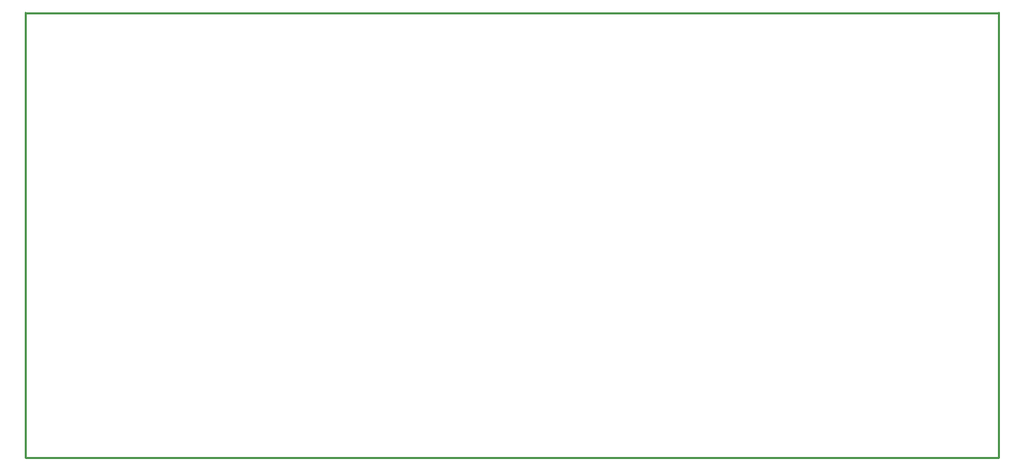
<source format=gko>
G04 Layer: BoardOutlineLayer*
G04 EasyEDA v6.5.22, 2022-11-12 17:47:35*
G04 ce38d28f7cee49089ddcaa43e1d23f5c,50c4fdda8110441fb1e293bfd2639754,10*
G04 Gerber Generator version 0.2*
G04 Scale: 100 percent, Rotated: No, Reflected: No *
G04 Dimensions in millimeters *
G04 leading zeros omitted , absolute positions ,4 integer and 5 decimal *
%FSLAX45Y45*%
%MOMM*%

%ADD10C,0.2540*%
D10*
X0Y2D02*
G01*
X11999976Y2D01*
X11999976Y5499988D01*
X11999976Y5489989D02*
G01*
X0Y5489989D01*
X0Y5499988D02*
G01*
X0Y2D01*

%LPD*%
M02*

</source>
